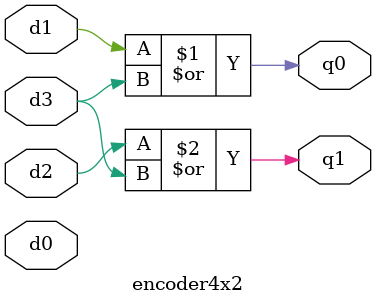
<source format=v>
module encoder4x2(
input d0,d1,d2,d3,
output q1,q0
);
assign q0=d1|d3;
assign q1=d2|d3;
endmodule

</source>
